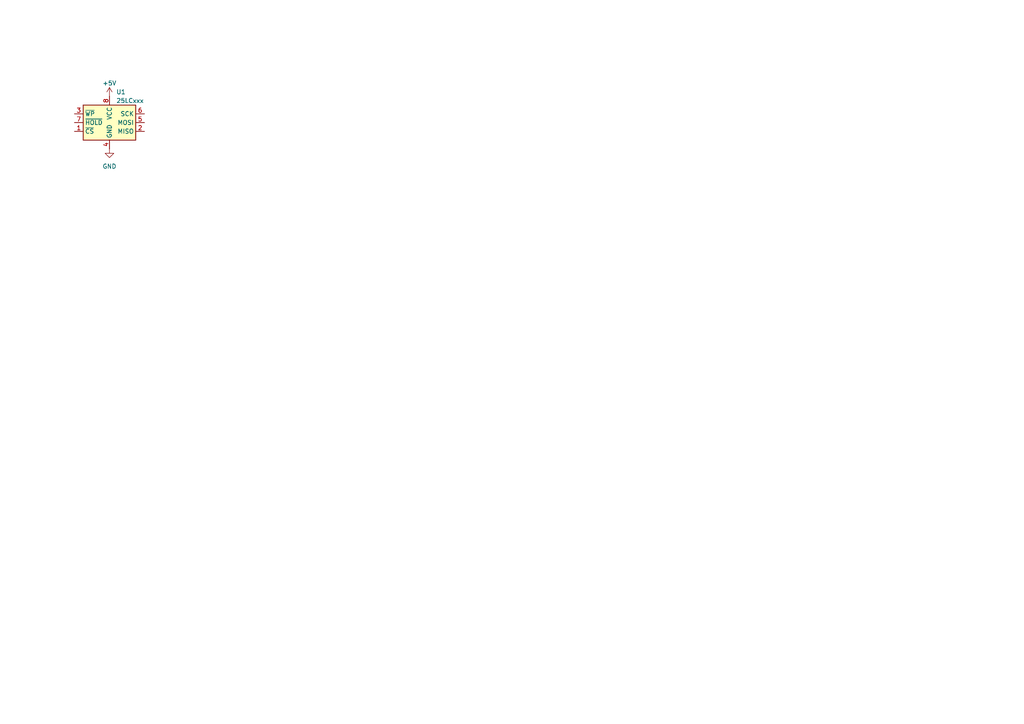
<source format=kicad_sch>
(kicad_sch (version 20230121) (generator eeschema)
  (paper "A4")
  (lib_symbols
    (symbol "Memory_EEPROM:25LCxxx"
      (property "Reference" "U" (at -7.62 6.35 0))
      (property "Value" "25LCxxx" (at 2.54 -6.35 0))
      (symbol "25LCxxx_1_1"
        (rectangle (start -7.62 5.08) (end 7.62 -5.08) (stroke (width 0.254)) (fill (type background)))
        (pin input line (at -10.16 -2.54 0) (length 2.54) (name "~{CS}") (number "1"))
        (pin tri_state line (at 10.16 -2.54 180) (length 2.54) (name "MISO") (number "2"))
        (pin input line (at -10.16 2.54 0) (length 2.54) (name "~{WP}") (number "3"))
        (pin power_in line (at 0 -7.62 90) (length 2.54) (name "GND") (number "4"))
        (pin input line (at 10.16 0 180) (length 2.54) (name "MOSI") (number "5"))
        (pin input line (at 10.16 2.54 180) (length 2.54) (name "SCK") (number "6"))
        (pin input line (at -10.16 0 0) (length 2.54) (name "~{HOLD}") (number "7"))
        (pin power_in line (at 0 7.62 270) (length 2.54) (name "VCC") (number "8"))
      )
    )
    (symbol "power:+5V" (power) (pin_names (offset 0))
      (property "Value" "+5V" (at 0 3.556 0))
      (symbol "+5V_0_1"
        (polyline (pts (xy -0.762 1.27) (xy 0 2.54)))
        (polyline (pts (xy 0 0) (xy 0 2.54)))
        (polyline (pts (xy 0 2.54) (xy 0.762 1.27)))
      )
      (symbol "+5V_1_1"
        (pin power_in line (at 0 0 90) (length 0) hide (name "+5V") (number "1"))
      )
    )
    (symbol "power:GND" (power) (pin_names (offset 0))
      (property "Value" "GND" (at 0 -3.81 0))
      (symbol "GND_0_1"
        (polyline (pts (xy 0 0) (xy 0 -1.27) (xy 1.27 -1.27) (xy 0 -2.54) (xy -1.27 -1.27) (xy 0 -1.27)))
      )
      (symbol "GND_1_1"
        (pin power_in line (at 0 0 270) (length 0) hide (name "GND") (number "1"))
      )
    )
  )
  (symbol (lib_id "power:+5V") (at 31.75 27.94 0) (unit 1)
    (property "Reference" "#PWR02" (effects hide))
    (property "Value" "+5V" (at 31.75 24.13 0))
  )
  (symbol (lib_id "Memory_EEPROM:25LCxxx") (at 31.75 35.56 0) (unit 1)
    (property "Reference" "U1" (at 33.7059 26.67 0) (effects (justify left)))
    (property "Value" "25LCxxx" (at 33.7059 29.21 0) (effects (justify left)))
    (property "Datasheet" "http://ww1.microchip.com/downloads/en/DeviceDoc/21832H.pdf" (effects hide))
  )
  (symbol (lib_id "power:GND") (at 31.75 43.18 0) (unit 1)
    (property "Reference" "#PWR01" (effects hide))
    (property "Value" "GND" (at 31.75 48.26 0))
  )
)
</source>
